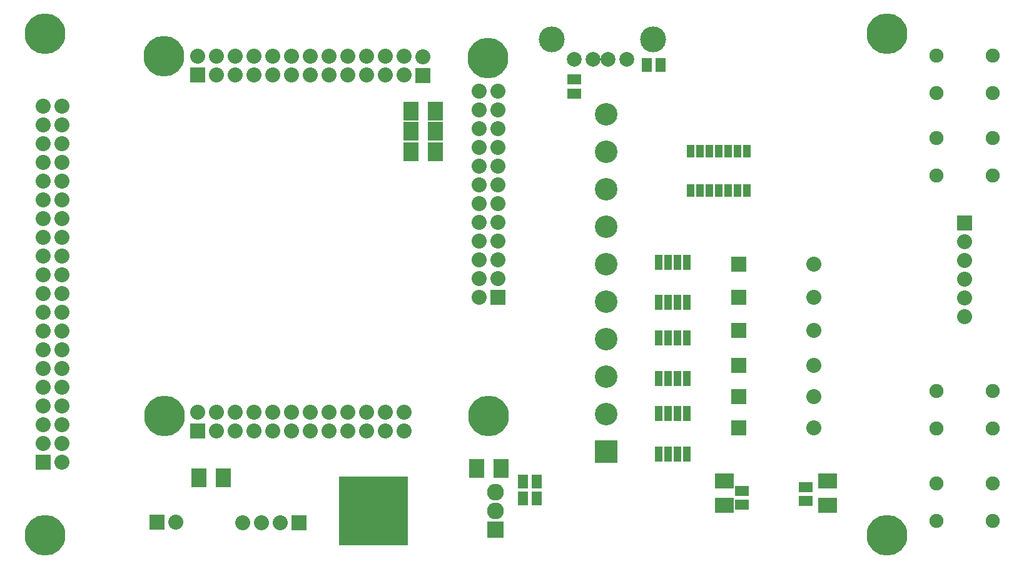
<source format=gbs>
G04 (created by PCBNEW (2013-mar-13)-testing) date mié 28 ago 2013 12:36:51 COT*
%MOIN*%
G04 Gerber Fmt 3.4, Leading zero omitted, Abs format*
%FSLAX34Y34*%
G01*
G70*
G90*
G04 APERTURE LIST*
%ADD10C,0.005906*%
%ADD11R,0.044000X0.079800*%
%ADD12C,0.216900*%
%ADD13R,0.080000X0.080000*%
%ADD14C,0.080000*%
%ADD15C,0.079100*%
%ADD16C,0.138100*%
%ADD17C,0.075000*%
%ADD18R,0.044000X0.069200*%
%ADD19R,0.090000X0.090000*%
%ADD20C,0.090000*%
%ADD21R,0.370000X0.370000*%
%ADD22C,0.120000*%
%ADD23R,0.120000X0.120000*%
%ADD24R,0.080000X0.100000*%
%ADD25R,0.055000X0.075000*%
%ADD26R,0.075000X0.055000*%
%ADD27R,0.100000X0.080000*%
G04 APERTURE END LIST*
G54D10*
G54D11*
X67164Y-32276D03*
X67664Y-32276D03*
X68164Y-32276D03*
X68664Y-32276D03*
X68664Y-30126D03*
X68164Y-30126D03*
X67664Y-30126D03*
X67164Y-30126D03*
G54D12*
X79331Y-40649D03*
X79331Y-13878D03*
X34449Y-13878D03*
X34449Y-40650D03*
X58067Y-15196D03*
X40822Y-34279D03*
X58114Y-34275D03*
X40814Y-15098D03*
G54D13*
X42602Y-16094D03*
G54D14*
X42602Y-15094D03*
X43602Y-16094D03*
X43602Y-15094D03*
X44602Y-16094D03*
X44602Y-15094D03*
X45602Y-16094D03*
X45602Y-15094D03*
X46602Y-16094D03*
X46602Y-15094D03*
X47602Y-16094D03*
X47602Y-15094D03*
X48602Y-16094D03*
X48602Y-15094D03*
X49602Y-16094D03*
X49602Y-15094D03*
X50602Y-16094D03*
X50602Y-15094D03*
X51602Y-16094D03*
X51602Y-15094D03*
X52602Y-16094D03*
X52602Y-15094D03*
X53602Y-16094D03*
X53602Y-15094D03*
G54D13*
X42602Y-35094D03*
G54D14*
X42602Y-34094D03*
X43602Y-35094D03*
X43602Y-34094D03*
X44602Y-35094D03*
X44602Y-34094D03*
X45602Y-35094D03*
X45602Y-34094D03*
X46602Y-35094D03*
X46602Y-34094D03*
X47602Y-35094D03*
X47602Y-34094D03*
X48602Y-35094D03*
X48602Y-34094D03*
X49602Y-35094D03*
X49602Y-34094D03*
X50602Y-35094D03*
X50602Y-34094D03*
X51602Y-35094D03*
X51602Y-34094D03*
X52602Y-35094D03*
X52602Y-34094D03*
X53602Y-35094D03*
X53602Y-34094D03*
G54D13*
X58614Y-27944D03*
G54D14*
X57614Y-27944D03*
X58614Y-26944D03*
X57614Y-26944D03*
X58614Y-25944D03*
X57614Y-25944D03*
X58614Y-24944D03*
X57614Y-24944D03*
X58614Y-23944D03*
X57614Y-23944D03*
X58614Y-22944D03*
X57614Y-22944D03*
X58614Y-21944D03*
X57614Y-21944D03*
X58614Y-20944D03*
X57614Y-20944D03*
X58614Y-19944D03*
X57614Y-19944D03*
X58614Y-18944D03*
X57614Y-18944D03*
X58614Y-17944D03*
X57614Y-17944D03*
X58614Y-16944D03*
X57614Y-16944D03*
G54D13*
X54590Y-16125D03*
G54D14*
X54590Y-15125D03*
G54D15*
X62675Y-15256D03*
X63675Y-15256D03*
X64475Y-15256D03*
X65475Y-15256D03*
G54D16*
X61475Y-14206D03*
X66875Y-14206D03*
G54D17*
X84965Y-21473D03*
X84965Y-19473D03*
X81965Y-21473D03*
X81965Y-19473D03*
X84965Y-17044D03*
X84965Y-15044D03*
X81965Y-17044D03*
X81965Y-15044D03*
X84965Y-34957D03*
X84965Y-32957D03*
X81965Y-34957D03*
X81965Y-32957D03*
X84965Y-39878D03*
X84965Y-37878D03*
X81965Y-39878D03*
X81965Y-37878D03*
G54D13*
X34351Y-36764D03*
G54D14*
X35351Y-36764D03*
X34351Y-31764D03*
X35351Y-35764D03*
X34351Y-30764D03*
X35351Y-34764D03*
X34351Y-29764D03*
X35351Y-33764D03*
X34351Y-28764D03*
X35351Y-32764D03*
X34351Y-27764D03*
X35351Y-31764D03*
X34351Y-26764D03*
X35351Y-30764D03*
X34351Y-25764D03*
X35351Y-29764D03*
X34351Y-24764D03*
X35351Y-28764D03*
X34351Y-23764D03*
X35351Y-27764D03*
X34351Y-22764D03*
X35351Y-26764D03*
X34351Y-21764D03*
X35351Y-25764D03*
X35351Y-24764D03*
X34351Y-20764D03*
X35351Y-23764D03*
X35351Y-21764D03*
X35351Y-20764D03*
X35351Y-19764D03*
X35351Y-18764D03*
X34351Y-19764D03*
X34351Y-18764D03*
X34351Y-35764D03*
X34351Y-34764D03*
X34351Y-33764D03*
X34351Y-32764D03*
X34351Y-17764D03*
X35351Y-17764D03*
X35351Y-22764D03*
G54D13*
X83464Y-23975D03*
G54D14*
X83464Y-24975D03*
X83464Y-25975D03*
X83464Y-26975D03*
X83464Y-27975D03*
X83464Y-28975D03*
G54D13*
X71425Y-31595D03*
G54D14*
X75425Y-31595D03*
G54D13*
X71425Y-33268D03*
G54D14*
X75425Y-33268D03*
G54D13*
X71425Y-34941D03*
G54D14*
X75425Y-34941D03*
G54D13*
X71425Y-29725D03*
G54D14*
X75425Y-29725D03*
G54D13*
X71425Y-26181D03*
G54D14*
X75425Y-26181D03*
G54D13*
X71425Y-27953D03*
G54D14*
X75425Y-27953D03*
G54D11*
X67164Y-36312D03*
X67664Y-36312D03*
X68164Y-36312D03*
X68664Y-36312D03*
X68664Y-34162D03*
X68164Y-34162D03*
X67664Y-34162D03*
X67164Y-34162D03*
X67164Y-28241D03*
X67664Y-28241D03*
X68164Y-28241D03*
X68664Y-28241D03*
X68664Y-26091D03*
X68164Y-26091D03*
X67664Y-26091D03*
X67164Y-26091D03*
G54D18*
X71874Y-22262D03*
X71374Y-22262D03*
X70874Y-22262D03*
X70374Y-22262D03*
X69874Y-22262D03*
X69374Y-22262D03*
X68874Y-22262D03*
X68874Y-20162D03*
X69374Y-20162D03*
X69874Y-20162D03*
X70374Y-20162D03*
X70874Y-20162D03*
X71374Y-20162D03*
X71874Y-20162D03*
G54D19*
X58465Y-40370D03*
G54D20*
X58465Y-39370D03*
X58465Y-38370D03*
G54D21*
X51965Y-39370D03*
G54D22*
X64370Y-18201D03*
X64370Y-20201D03*
X64370Y-22201D03*
X64370Y-24201D03*
X64370Y-34201D03*
X64370Y-32201D03*
G54D23*
X64370Y-36201D03*
G54D22*
X64370Y-30201D03*
X64370Y-28201D03*
X64370Y-26201D03*
G54D24*
X53976Y-18012D03*
X55276Y-18012D03*
X53976Y-19095D03*
X55276Y-19095D03*
X53976Y-20177D03*
X55276Y-20177D03*
G54D25*
X67275Y-15550D03*
X66525Y-15550D03*
G54D26*
X71600Y-38275D03*
X71600Y-39025D03*
X75000Y-38825D03*
X75000Y-38075D03*
X62650Y-17075D03*
X62650Y-16325D03*
G54D25*
X59925Y-37800D03*
X60675Y-37800D03*
G54D27*
X76150Y-39050D03*
X76150Y-37750D03*
X70650Y-37750D03*
X70650Y-39050D03*
G54D13*
X48000Y-40000D03*
G54D14*
X47000Y-40000D03*
X46000Y-40000D03*
X45000Y-40000D03*
G54D25*
X59925Y-38700D03*
X60675Y-38700D03*
G54D13*
X40445Y-39961D03*
G54D14*
X41445Y-39961D03*
G54D24*
X42650Y-37600D03*
X43950Y-37600D03*
X57450Y-37100D03*
X58750Y-37100D03*
M02*

</source>
